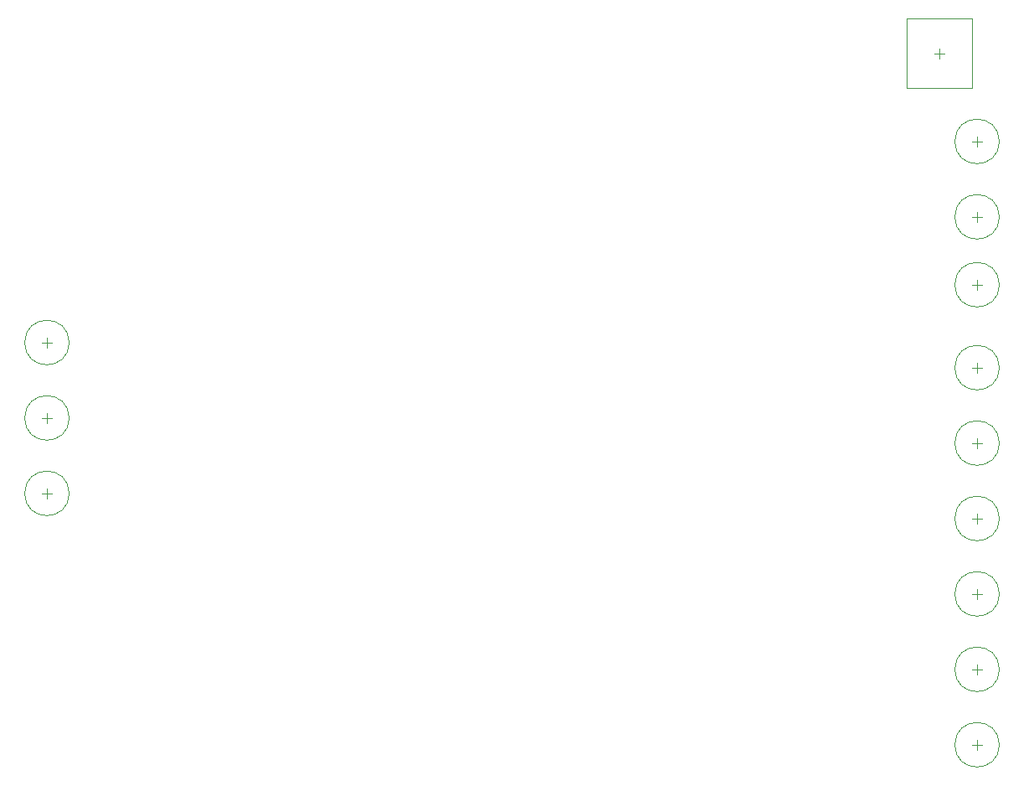
<source format=gbr>
G04 Layer_Color=32768*
%FSLAX26Y26*%
%MOIN*%
%TF.FileFunction,Other,Mechanical_15*%
%TF.Part,Single*%
G01*
G75*
%TA.AperFunction,NonConductor*%
%ADD29C,0.003937*%
%ADD30C,0.001968*%
D29*
X3700000Y1880316D02*
Y1919686D01*
X3680316Y1900000D02*
X3719686D01*
X3700000Y1310316D02*
Y1349686D01*
X3680316Y1330000D02*
X3719686D01*
X3700000Y380316D02*
Y419686D01*
X3680316Y400000D02*
X3719686D01*
X3700000Y-219684D02*
Y-180314D01*
X3680316Y-200000D02*
X3719686D01*
X3700000Y80316D02*
Y119686D01*
X3680316Y100000D02*
X3719686D01*
X3700000Y1580316D02*
Y1619686D01*
X3680316Y1600000D02*
X3719686D01*
X3550000Y2230314D02*
Y2269684D01*
X3530314Y2250000D02*
X3569684D01*
X3700000Y680316D02*
Y719686D01*
X3680316Y700000D02*
X3719686D01*
X3700000Y980316D02*
Y1019686D01*
X3680316Y1000000D02*
X3719686D01*
X0Y480316D02*
Y519686D01*
X-19684Y500000D02*
X19686D01*
X3700000Y-519684D02*
Y-480314D01*
X3680316Y-500000D02*
X3719686D01*
X0Y780316D02*
Y819686D01*
X-19684Y800000D02*
X19686D01*
X0Y1080316D02*
Y1119686D01*
X-19684Y1100000D02*
X19686D01*
D30*
X3788583Y1900000D02*
G03*
X3788583Y1900000I-88583J0D01*
G01*
Y1330000D02*
G03*
X3788583Y1330000I-88583J0D01*
G01*
Y400000D02*
G03*
X3788583Y400000I-88583J0D01*
G01*
Y-200000D02*
G03*
X3788583Y-200000I-88583J0D01*
G01*
Y100000D02*
G03*
X3788583Y100000I-88583J0D01*
G01*
Y1600000D02*
G03*
X3788583Y1600000I-88583J0D01*
G01*
Y700000D02*
G03*
X3788583Y700000I-88583J0D01*
G01*
Y1000000D02*
G03*
X3788583Y1000000I-88583J0D01*
G01*
X88583Y500000D02*
G03*
X88583Y500000I-88583J0D01*
G01*
X3788583Y-500000D02*
G03*
X3788583Y-500000I-88583J0D01*
G01*
X88583Y800000D02*
G03*
X88583Y800000I-88583J0D01*
G01*
Y1100000D02*
G03*
X88583Y1100000I-88583J0D01*
G01*
X3421062Y2111024D02*
Y2388976D01*
X3678936D01*
Y2111024D02*
Y2388976D01*
X3421062Y2111024D02*
X3678936D01*
%TF.MD5,13b241099a1e7f53dbf4626d23525bb7*%
M02*

</source>
